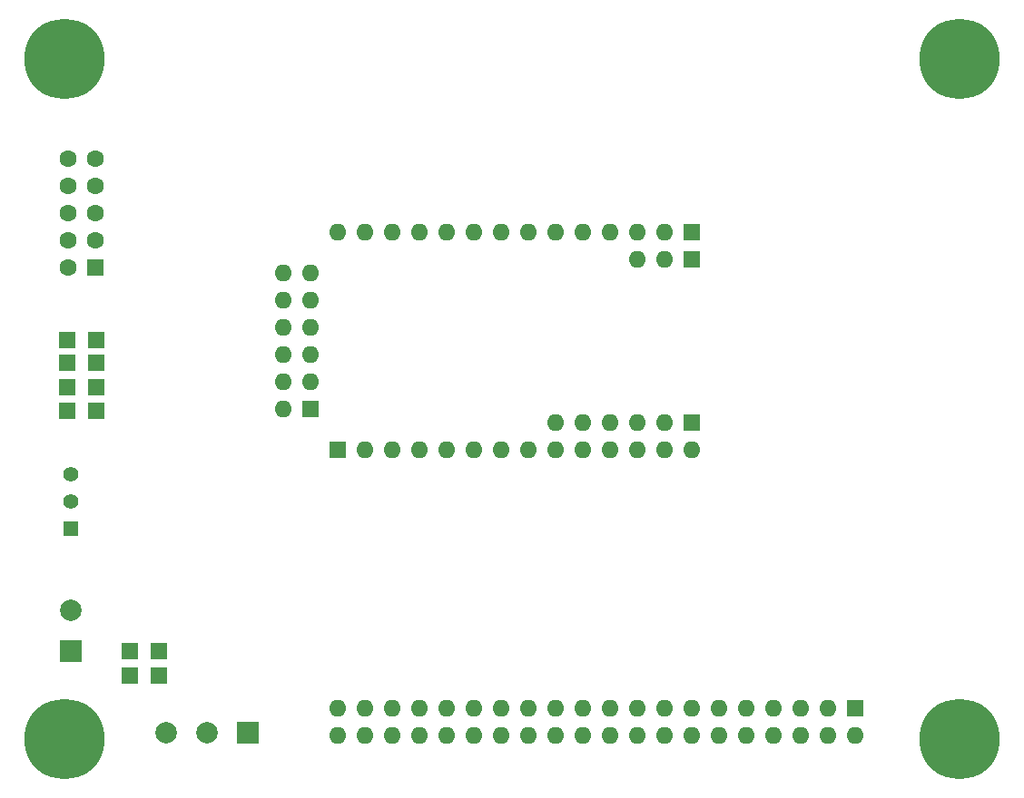
<source format=gbr>
G04 #@! TF.FileFunction,Soldermask,Top*
%FSLAX46Y46*%
G04 Gerber Fmt 4.6, Leading zero omitted, Abs format (unit mm)*
G04 Created by KiCad (PCBNEW 4.0.6) date 04/24/18 14:39:15*
%MOMM*%
%LPD*%
G01*
G04 APERTURE LIST*
%ADD10C,0.100000*%
%ADD11C,7.500000*%
%ADD12O,1.600000X1.600000*%
%ADD13R,1.600000X1.600000*%
%ADD14C,1.600000*%
%ADD15R,1.500000X1.500000*%
%ADD16R,2.000000X2.000000*%
%ADD17C,2.000000*%
%ADD18R,1.400000X1.400000*%
%ADD19C,1.400000*%
G04 APERTURE END LIST*
D10*
D11*
X86750000Y66750000D03*
D12*
X54102000Y30226000D03*
X49022000Y32766000D03*
X51562000Y32766000D03*
X54102000Y32766000D03*
X56642000Y32766000D03*
X59182000Y32766000D03*
D13*
X61722000Y32766000D03*
D12*
X38862000Y30226000D03*
X41402000Y30226000D03*
X43942000Y30226000D03*
X46482000Y30226000D03*
X49022000Y30226000D03*
X51562000Y30226000D03*
X61722000Y30226000D03*
X31242000Y30226000D03*
X56642000Y30226000D03*
X33782000Y30226000D03*
X59182000Y30226000D03*
X36322000Y30226000D03*
D13*
X28702000Y30226000D03*
D12*
X23622000Y34036000D03*
X23622000Y46736000D03*
X23622000Y44196000D03*
X23622000Y41656000D03*
X23622000Y39116000D03*
X23622000Y36576000D03*
D13*
X26162000Y34036000D03*
D12*
X26162000Y36576000D03*
X26162000Y39116000D03*
X26162000Y41656000D03*
X26162000Y44196000D03*
X26162000Y46736000D03*
X56642000Y48006000D03*
X59182000Y48006000D03*
D13*
X61722000Y48006000D03*
X61722000Y50546000D03*
D12*
X36322000Y50546000D03*
X59182000Y50546000D03*
X33782000Y50546000D03*
X56642000Y50546000D03*
X31242000Y50546000D03*
X54102000Y50546000D03*
X28702000Y50546000D03*
X51562000Y50546000D03*
X49022000Y50546000D03*
X46482000Y50546000D03*
X43942000Y50546000D03*
X41402000Y50546000D03*
X38862000Y50546000D03*
D13*
X6096000Y47244000D03*
D14*
X3556000Y47244000D03*
X6096000Y49784000D03*
X3556000Y49784000D03*
X6096000Y52324000D03*
X3556000Y52324000D03*
X6096000Y54864000D03*
X3556000Y54864000D03*
X6096000Y57404000D03*
X3556000Y57404000D03*
D11*
X3250000Y3250000D03*
X86750000Y3250000D03*
X3250000Y66750000D03*
D15*
X12018000Y9144000D03*
X9318000Y9144000D03*
X12018000Y11430000D03*
X9318000Y11430000D03*
X6176000Y40513000D03*
X3476000Y40513000D03*
X6176000Y38354000D03*
X3476000Y38354000D03*
X6176000Y36068000D03*
X3476000Y36068000D03*
X6176000Y33909000D03*
X3476000Y33909000D03*
D16*
X3810000Y11430000D03*
D17*
X3810000Y15240000D03*
D16*
X20320000Y3810000D03*
D17*
X12700000Y3810000D03*
X16510000Y3810000D03*
D13*
X76962000Y6096000D03*
D12*
X76962000Y3556000D03*
X74422000Y6096000D03*
X74422000Y3556000D03*
X71882000Y6096000D03*
X71882000Y3556000D03*
X69342000Y6096000D03*
X69342000Y3556000D03*
X66802000Y6096000D03*
X66802000Y3556000D03*
X64262000Y6096000D03*
X64262000Y3556000D03*
X61722000Y6096000D03*
X61722000Y3556000D03*
X59182000Y6096000D03*
X59182000Y3556000D03*
X56642000Y6096000D03*
X56642000Y3556000D03*
X54102000Y6096000D03*
X54102000Y3556000D03*
X51562000Y6096000D03*
X51562000Y3556000D03*
X49022000Y6096000D03*
X49022000Y3556000D03*
X46482000Y6096000D03*
X46482000Y3556000D03*
X43942000Y6096000D03*
X43942000Y3556000D03*
X41402000Y6096000D03*
X41402000Y3556000D03*
X38862000Y6096000D03*
X38862000Y3556000D03*
X36322000Y6096000D03*
X36322000Y3556000D03*
X33782000Y6096000D03*
X33782000Y3556000D03*
X31242000Y6096000D03*
X31242000Y3556000D03*
X28702000Y6096000D03*
X28702000Y3556000D03*
D18*
X3810000Y22860000D03*
D19*
X3810000Y27940000D03*
X3810000Y25400000D03*
M02*

</source>
